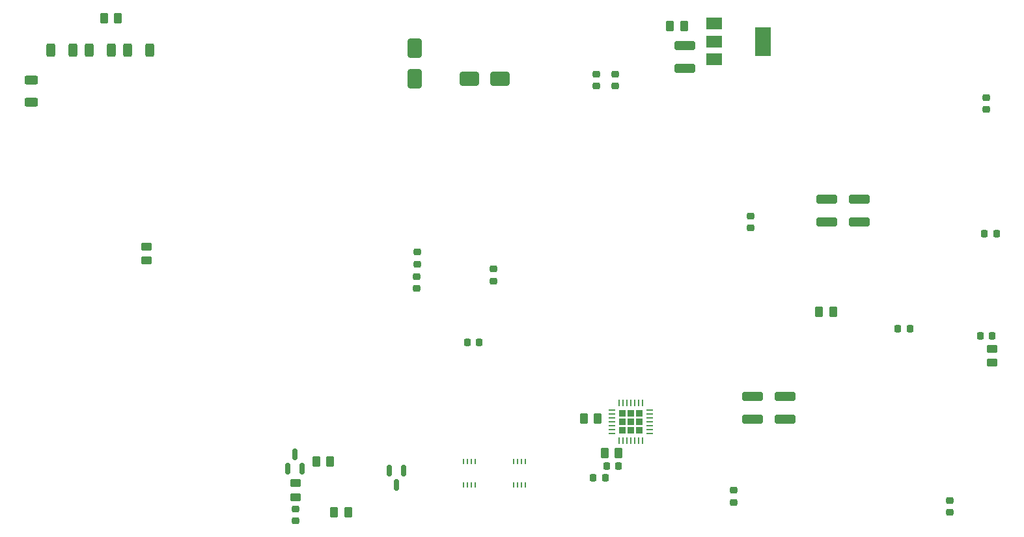
<source format=gbr>
%TF.GenerationSoftware,KiCad,Pcbnew,7.0.7-7.0.7~ubuntu22.04.1*%
%TF.CreationDate,2023-08-15T15:53:25+03:00*%
%TF.ProjectId,xray-v2,78726179-2d76-4322-9e6b-696361645f70,rev?*%
%TF.SameCoordinates,Original*%
%TF.FileFunction,Paste,Bot*%
%TF.FilePolarity,Positive*%
%FSLAX46Y46*%
G04 Gerber Fmt 4.6, Leading zero omitted, Abs format (unit mm)*
G04 Created by KiCad (PCBNEW 7.0.7-7.0.7~ubuntu22.04.1) date 2023-08-15 15:53:25*
%MOMM*%
%LPD*%
G01*
G04 APERTURE LIST*
G04 Aperture macros list*
%AMRoundRect*
0 Rectangle with rounded corners*
0 $1 Rounding radius*
0 $2 $3 $4 $5 $6 $7 $8 $9 X,Y pos of 4 corners*
0 Add a 4 corners polygon primitive as box body*
4,1,4,$2,$3,$4,$5,$6,$7,$8,$9,$2,$3,0*
0 Add four circle primitives for the rounded corners*
1,1,$1+$1,$2,$3*
1,1,$1+$1,$4,$5*
1,1,$1+$1,$6,$7*
1,1,$1+$1,$8,$9*
0 Add four rect primitives between the rounded corners*
20,1,$1+$1,$2,$3,$4,$5,0*
20,1,$1+$1,$4,$5,$6,$7,0*
20,1,$1+$1,$6,$7,$8,$9,0*
20,1,$1+$1,$8,$9,$2,$3,0*%
G04 Aperture macros list end*
%ADD10R,0.250000X0.750000*%
%ADD11RoundRect,0.250000X-0.625000X0.312500X-0.625000X-0.312500X0.625000X-0.312500X0.625000X0.312500X0*%
%ADD12RoundRect,0.225000X0.225000X0.250000X-0.225000X0.250000X-0.225000X-0.250000X0.225000X-0.250000X0*%
%ADD13RoundRect,0.225000X-0.225000X-0.250000X0.225000X-0.250000X0.225000X0.250000X-0.225000X0.250000X0*%
%ADD14RoundRect,0.250000X-0.262500X-0.450000X0.262500X-0.450000X0.262500X0.450000X-0.262500X0.450000X0*%
%ADD15RoundRect,0.250000X0.262500X0.450000X-0.262500X0.450000X-0.262500X-0.450000X0.262500X-0.450000X0*%
%ADD16RoundRect,0.225000X-0.250000X0.225000X-0.250000X-0.225000X0.250000X-0.225000X0.250000X0.225000X0*%
%ADD17RoundRect,0.250000X0.450000X-0.262500X0.450000X0.262500X-0.450000X0.262500X-0.450000X-0.262500X0*%
%ADD18RoundRect,0.250000X-1.000000X-0.650000X1.000000X-0.650000X1.000000X0.650000X-1.000000X0.650000X0*%
%ADD19RoundRect,0.225000X0.250000X-0.225000X0.250000X0.225000X-0.250000X0.225000X-0.250000X-0.225000X0*%
%ADD20RoundRect,0.225000X0.225000X-0.225000X0.225000X0.225000X-0.225000X0.225000X-0.225000X-0.225000X0*%
%ADD21RoundRect,0.062500X0.062500X-0.337500X0.062500X0.337500X-0.062500X0.337500X-0.062500X-0.337500X0*%
%ADD22RoundRect,0.062500X0.337500X-0.062500X0.337500X0.062500X-0.337500X0.062500X-0.337500X-0.062500X0*%
%ADD23RoundRect,0.250000X-1.100000X0.325000X-1.100000X-0.325000X1.100000X-0.325000X1.100000X0.325000X0*%
%ADD24RoundRect,0.250000X1.100000X-0.325000X1.100000X0.325000X-1.100000X0.325000X-1.100000X-0.325000X0*%
%ADD25RoundRect,0.250000X0.312500X0.625000X-0.312500X0.625000X-0.312500X-0.625000X0.312500X-0.625000X0*%
%ADD26R,2.000000X1.500000*%
%ADD27R,2.000000X3.800000*%
%ADD28RoundRect,0.150000X0.150000X-0.587500X0.150000X0.587500X-0.150000X0.587500X-0.150000X-0.587500X0*%
%ADD29RoundRect,0.150000X-0.150000X0.587500X-0.150000X-0.587500X0.150000X-0.587500X0.150000X0.587500X0*%
%ADD30RoundRect,0.250000X-0.650000X1.000000X-0.650000X-1.000000X0.650000X-1.000000X0.650000X1.000000X0*%
G04 APERTURE END LIST*
D10*
%TO.C,U5*%
X173750000Y-124950000D03*
X174250000Y-124950000D03*
X174750000Y-124950000D03*
X175250000Y-124950000D03*
X175250000Y-128050000D03*
X174750000Y-128050000D03*
X174250000Y-128050000D03*
X173750000Y-128050000D03*
%TD*%
D11*
%TO.C,R15*%
X111000000Y-75337500D03*
X111000000Y-78262500D03*
%TD*%
D12*
%TO.C,C2*%
X236550000Y-95325000D03*
X235000000Y-95325000D03*
%TD*%
D13*
%TO.C,C34*%
X167725000Y-109500000D03*
X169275000Y-109500000D03*
%TD*%
D14*
%TO.C,R14*%
X213487500Y-105500000D03*
X215312500Y-105500000D03*
%TD*%
D15*
%TO.C,R4*%
X195912500Y-68325000D03*
X194087500Y-68325000D03*
%TD*%
D16*
%TO.C,C39*%
X161200000Y-97725000D03*
X161200000Y-99275000D03*
%TD*%
D14*
%TO.C,R7*%
X182887500Y-119400000D03*
X184712500Y-119400000D03*
%TD*%
D17*
%TO.C,R18*%
X236000000Y-112112500D03*
X236000000Y-110287500D03*
%TD*%
D18*
%TO.C,D1*%
X168000000Y-75200000D03*
X172000000Y-75200000D03*
%TD*%
D10*
%TO.C,U7*%
X167250000Y-124950000D03*
X167750000Y-124950000D03*
X168250000Y-124950000D03*
X168750000Y-124950000D03*
X168750000Y-128050000D03*
X168250000Y-128050000D03*
X167750000Y-128050000D03*
X167250000Y-128050000D03*
%TD*%
D19*
%TO.C,C7*%
X187000000Y-76100000D03*
X187000000Y-74550000D03*
%TD*%
D14*
%TO.C,R35*%
X150387500Y-131600000D03*
X152212500Y-131600000D03*
%TD*%
D20*
%TO.C,U2*%
X187880000Y-120920000D03*
X189000000Y-120920000D03*
X190120000Y-120920000D03*
X187880000Y-119800000D03*
X189000000Y-119800000D03*
X190120000Y-119800000D03*
X187880000Y-118680000D03*
X189000000Y-118680000D03*
X190120000Y-118680000D03*
D21*
X190500000Y-122250000D03*
X190000000Y-122250000D03*
X189500000Y-122250000D03*
X189000000Y-122250000D03*
X188500000Y-122250000D03*
X188000000Y-122250000D03*
X187500000Y-122250000D03*
D22*
X186550000Y-121300000D03*
X186550000Y-120800000D03*
X186550000Y-120300000D03*
X186550000Y-119800000D03*
X186550000Y-119300000D03*
X186550000Y-118800000D03*
X186550000Y-118300000D03*
D21*
X187500000Y-117350000D03*
X188000000Y-117350000D03*
X188500000Y-117350000D03*
X189000000Y-117350000D03*
X189500000Y-117350000D03*
X190000000Y-117350000D03*
X190500000Y-117350000D03*
D22*
X191450000Y-118300000D03*
X191450000Y-118800000D03*
X191450000Y-119300000D03*
X191450000Y-119800000D03*
X191450000Y-120300000D03*
X191450000Y-120800000D03*
X191450000Y-121300000D03*
%TD*%
D23*
%TO.C,C22*%
X204800000Y-116525000D03*
X204800000Y-119475000D03*
%TD*%
D14*
%TO.C,R6*%
X185587500Y-123900000D03*
X187412500Y-123900000D03*
%TD*%
D16*
%TO.C,C4*%
X235190000Y-77625000D03*
X235190000Y-79175000D03*
%TD*%
D19*
%TO.C,C38*%
X145400000Y-132675000D03*
X145400000Y-131125000D03*
%TD*%
D24*
%TO.C,C13*%
X218700000Y-93775000D03*
X218700000Y-90825000D03*
%TD*%
D19*
%TO.C,C41*%
X171100000Y-101475000D03*
X171100000Y-99925000D03*
%TD*%
D23*
%TO.C,C5*%
X196000000Y-70850000D03*
X196000000Y-73800000D03*
%TD*%
D19*
%TO.C,C9*%
X184490000Y-76100000D03*
X184490000Y-74550000D03*
%TD*%
D12*
%TO.C,C8*%
X185675000Y-127100000D03*
X184125000Y-127100000D03*
%TD*%
D25*
%TO.C,R13*%
X116462500Y-71500000D03*
X113537500Y-71500000D03*
%TD*%
D23*
%TO.C,C23*%
X209050000Y-116525000D03*
X209050000Y-119475000D03*
%TD*%
D26*
%TO.C,U1*%
X199850000Y-72625000D03*
X199850000Y-70325000D03*
D27*
X206150000Y-70325000D03*
D26*
X199850000Y-68025000D03*
%TD*%
D28*
%TO.C,Q7*%
X146250000Y-125937500D03*
X144350000Y-125937500D03*
X145300000Y-124062500D03*
%TD*%
D16*
%TO.C,C18*%
X204600000Y-93025000D03*
X204600000Y-94575000D03*
%TD*%
D13*
%TO.C,C29*%
X223725000Y-107700000D03*
X225275000Y-107700000D03*
%TD*%
D12*
%TO.C,C10*%
X187375000Y-125600000D03*
X185825000Y-125600000D03*
%TD*%
%TO.C,C25*%
X235975000Y-108600000D03*
X234425000Y-108600000D03*
%TD*%
D19*
%TO.C,C43*%
X202400000Y-130275000D03*
X202400000Y-128725000D03*
%TD*%
D14*
%TO.C,R10*%
X120487500Y-67300000D03*
X122312500Y-67300000D03*
%TD*%
D15*
%TO.C,R27*%
X149912500Y-125000000D03*
X148087500Y-125000000D03*
%TD*%
D29*
%TO.C,Q12*%
X157550000Y-126162500D03*
X159450000Y-126162500D03*
X158500000Y-128037500D03*
%TD*%
D30*
%TO.C,D2*%
X160900000Y-71200000D03*
X160900000Y-75200000D03*
%TD*%
D17*
%TO.C,R26*%
X145400000Y-129612500D03*
X145400000Y-127787500D03*
%TD*%
D24*
%TO.C,C15*%
X214450000Y-93775000D03*
X214450000Y-90825000D03*
%TD*%
D16*
%TO.C,C1*%
X230500000Y-130025000D03*
X230500000Y-131575000D03*
%TD*%
D17*
%TO.C,R17*%
X126000000Y-98825000D03*
X126000000Y-97000000D03*
%TD*%
D19*
%TO.C,C40*%
X161100000Y-102475000D03*
X161100000Y-100925000D03*
%TD*%
D25*
%TO.C,R12*%
X121462500Y-71500000D03*
X118537500Y-71500000D03*
%TD*%
%TO.C,R11*%
X126462500Y-71500000D03*
X123537500Y-71500000D03*
%TD*%
M02*

</source>
